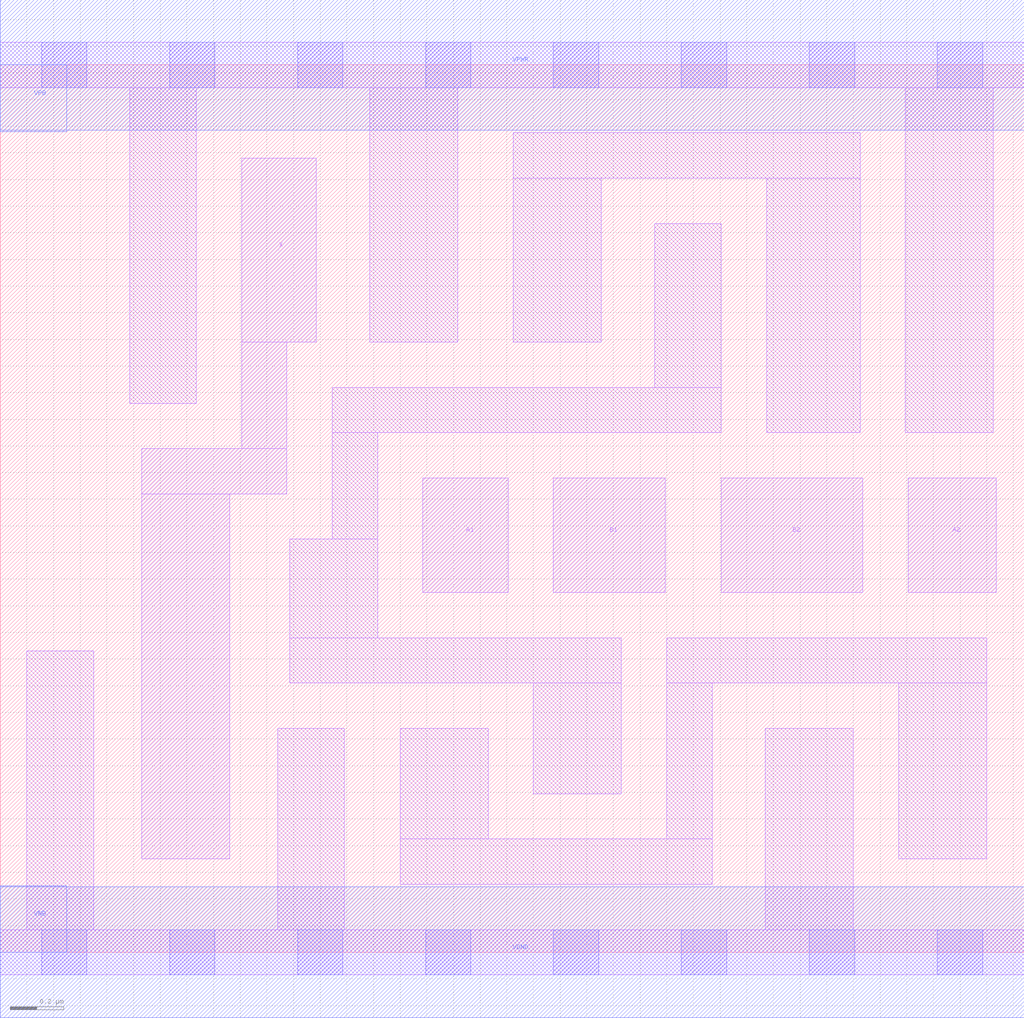
<source format=lef>
# Copyright 2020 The SkyWater PDK Authors
#
# Licensed under the Apache License, Version 2.0 (the "License");
# you may not use this file except in compliance with the License.
# You may obtain a copy of the License at
#
#     https://www.apache.org/licenses/LICENSE-2.0
#
# Unless required by applicable law or agreed to in writing, software
# distributed under the License is distributed on an "AS IS" BASIS,
# WITHOUT WARRANTIES OR CONDITIONS OF ANY KIND, either express or implied.
# See the License for the specific language governing permissions and
# limitations under the License.
#
# SPDX-License-Identifier: Apache-2.0

VERSION 5.5 ;
NAMESCASESENSITIVE ON ;
BUSBITCHARS "[]" ;
DIVIDERCHAR "/" ;
MACRO sky130_fd_sc_hs__a22o_2
  CLASS CORE ;
  SOURCE USER ;
  ORIGIN  0.000000  0.000000 ;
  SIZE  3.840000 BY  3.330000 ;
  SYMMETRY X Y ;
  SITE unit ;
  PIN A1
    ANTENNAGATEAREA  0.261000 ;
    DIRECTION INPUT ;
    USE SIGNAL ;
    PORT
      LAYER li1 ;
        RECT 1.585000 1.350000 1.905000 1.780000 ;
    END
  END A1
  PIN A2
    ANTENNAGATEAREA  0.261000 ;
    DIRECTION INPUT ;
    USE SIGNAL ;
    PORT
      LAYER li1 ;
        RECT 3.405000 1.350000 3.735000 1.780000 ;
    END
  END A2
  PIN B1
    ANTENNAGATEAREA  0.261000 ;
    DIRECTION INPUT ;
    USE SIGNAL ;
    PORT
      LAYER li1 ;
        RECT 2.075000 1.350000 2.495000 1.780000 ;
    END
  END B1
  PIN B2
    ANTENNAGATEAREA  0.261000 ;
    DIRECTION INPUT ;
    USE SIGNAL ;
    PORT
      LAYER li1 ;
        RECT 2.705000 1.350000 3.235000 1.780000 ;
    END
  END B2
  PIN X
    ANTENNADIFFAREA  0.543200 ;
    DIRECTION OUTPUT ;
    USE SIGNAL ;
    PORT
      LAYER li1 ;
        RECT 0.530000 0.350000 0.860000 1.720000 ;
        RECT 0.530000 1.720000 1.075000 1.890000 ;
        RECT 0.905000 1.890000 1.075000 2.290000 ;
        RECT 0.905000 2.290000 1.185000 2.980000 ;
    END
  END X
  PIN VGND
    DIRECTION INOUT ;
    USE GROUND ;
    PORT
      LAYER met1 ;
        RECT 0.000000 -0.245000 3.840000 0.245000 ;
    END
  END VGND
  PIN VNB
    DIRECTION INOUT ;
    USE GROUND ;
    PORT
    END
  END VNB
  PIN VPB
    DIRECTION INOUT ;
    USE POWER ;
    PORT
    END
  END VPB
  PIN VNB
    DIRECTION INOUT ;
    USE GROUND ;
    PORT
      LAYER met1 ;
        RECT 0.000000 0.000000 0.250000 0.250000 ;
    END
  END VNB
  PIN VPB
    DIRECTION INOUT ;
    USE POWER ;
    PORT
      LAYER met1 ;
        RECT 0.000000 3.080000 0.250000 3.330000 ;
    END
  END VPB
  PIN VPWR
    DIRECTION INOUT ;
    USE POWER ;
    PORT
      LAYER met1 ;
        RECT 0.000000 3.085000 3.840000 3.575000 ;
    END
  END VPWR
  OBS
    LAYER li1 ;
      RECT 0.000000 -0.085000 3.840000 0.085000 ;
      RECT 0.000000  3.245000 3.840000 3.415000 ;
      RECT 0.100000  0.085000 0.350000 1.130000 ;
      RECT 0.485000  2.060000 0.735000 3.245000 ;
      RECT 1.040000  0.085000 1.290000 0.840000 ;
      RECT 1.085000  1.010000 2.330000 1.180000 ;
      RECT 1.085000  1.180000 1.415000 1.550000 ;
      RECT 1.245000  1.550000 1.415000 1.950000 ;
      RECT 1.245000  1.950000 2.705000 2.120000 ;
      RECT 1.385000  2.290000 1.715000 3.245000 ;
      RECT 1.500000  0.255000 2.670000 0.425000 ;
      RECT 1.500000  0.425000 1.830000 0.840000 ;
      RECT 1.925000  2.290000 2.255000 2.905000 ;
      RECT 1.925000  2.905000 3.225000 3.075000 ;
      RECT 2.000000  0.595000 2.330000 1.010000 ;
      RECT 2.455000  2.120000 2.705000 2.735000 ;
      RECT 2.500000  0.425000 2.670000 1.010000 ;
      RECT 2.500000  1.010000 3.700000 1.180000 ;
      RECT 2.870000  0.085000 3.200000 0.840000 ;
      RECT 2.875000  1.950000 3.225000 2.905000 ;
      RECT 3.370000  0.350000 3.700000 1.010000 ;
      RECT 3.395000  1.950000 3.725000 3.245000 ;
    LAYER mcon ;
      RECT 0.155000 -0.085000 0.325000 0.085000 ;
      RECT 0.155000  3.245000 0.325000 3.415000 ;
      RECT 0.635000 -0.085000 0.805000 0.085000 ;
      RECT 0.635000  3.245000 0.805000 3.415000 ;
      RECT 1.115000 -0.085000 1.285000 0.085000 ;
      RECT 1.115000  3.245000 1.285000 3.415000 ;
      RECT 1.595000 -0.085000 1.765000 0.085000 ;
      RECT 1.595000  3.245000 1.765000 3.415000 ;
      RECT 2.075000 -0.085000 2.245000 0.085000 ;
      RECT 2.075000  3.245000 2.245000 3.415000 ;
      RECT 2.555000 -0.085000 2.725000 0.085000 ;
      RECT 2.555000  3.245000 2.725000 3.415000 ;
      RECT 3.035000 -0.085000 3.205000 0.085000 ;
      RECT 3.035000  3.245000 3.205000 3.415000 ;
      RECT 3.515000 -0.085000 3.685000 0.085000 ;
      RECT 3.515000  3.245000 3.685000 3.415000 ;
  END
END sky130_fd_sc_hs__a22o_2
END LIBRARY

</source>
